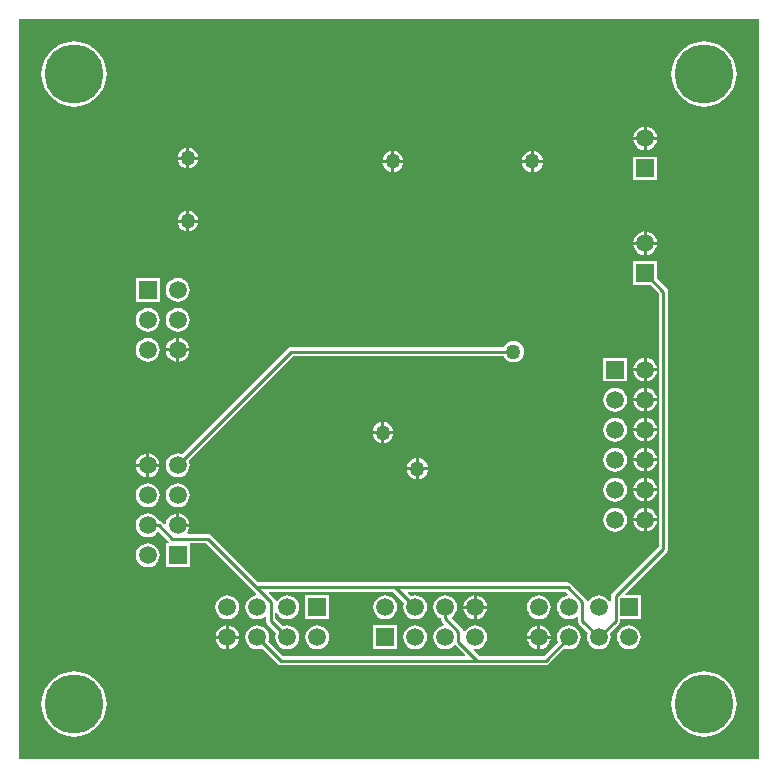
<source format=gbl>
G04 Layer_Physical_Order=2*
G04 Layer_Color=16711680*
%FSLAX24Y24*%
%MOIN*%
G70*
G01*
G75*
%ADD20C,0.0100*%
%ADD21C,0.0591*%
%ADD22R,0.0591X0.0591*%
%ADD23R,0.0591X0.0591*%
%ADD24C,0.1969*%
%ADD25C,0.0500*%
G36*
X22847Y-1847D02*
X-1847D01*
Y22847D01*
X22847D01*
Y-1847D01*
D02*
G37*
%LPC*%
G36*
X18989Y7542D02*
X18935Y7535D01*
X18839Y7495D01*
X18757Y7432D01*
X18693Y7349D01*
X18654Y7253D01*
X18647Y7200D01*
X18989D01*
Y7542D01*
D02*
G37*
G36*
Y7100D02*
X18647D01*
X18654Y7047D01*
X18693Y6951D01*
X18757Y6868D01*
X18839Y6805D01*
X18935Y6765D01*
X18989Y6758D01*
Y7100D01*
D02*
G37*
G36*
X19431D02*
X19089D01*
Y6758D01*
X19142Y6765D01*
X19238Y6805D01*
X19321Y6868D01*
X19384Y6951D01*
X19424Y7047D01*
X19431Y7100D01*
D02*
G37*
G36*
X11796Y7800D02*
X11500D01*
Y7504D01*
X11541Y7509D01*
X11627Y7544D01*
X11700Y7600D01*
X11756Y7673D01*
X11791Y7759D01*
X11796Y7800D01*
D02*
G37*
G36*
X11400D02*
X11104D01*
X11109Y7759D01*
X11144Y7673D01*
X11200Y7600D01*
X11273Y7544D01*
X11359Y7509D01*
X11400Y7504D01*
Y7800D01*
D02*
G37*
G36*
X19089Y7542D02*
Y7200D01*
X19431D01*
X19424Y7253D01*
X19384Y7349D01*
X19321Y7432D01*
X19238Y7495D01*
X19142Y7535D01*
X19089Y7542D01*
D02*
G37*
G36*
X18039Y7549D02*
X17935Y7535D01*
X17839Y7495D01*
X17757Y7432D01*
X17693Y7349D01*
X17654Y7253D01*
X17640Y7150D01*
X17654Y7047D01*
X17693Y6951D01*
X17757Y6868D01*
X17839Y6805D01*
X17935Y6765D01*
X18039Y6751D01*
X18142Y6765D01*
X18238Y6805D01*
X18321Y6868D01*
X18384Y6951D01*
X18424Y7047D01*
X18437Y7150D01*
X18424Y7253D01*
X18384Y7349D01*
X18321Y7432D01*
X18238Y7495D01*
X18142Y7535D01*
X18039Y7549D01*
D02*
G37*
G36*
X18989Y6542D02*
X18935Y6535D01*
X18839Y6495D01*
X18757Y6432D01*
X18693Y6349D01*
X18654Y6253D01*
X18647Y6200D01*
X18989D01*
Y6542D01*
D02*
G37*
G36*
X3509Y6353D02*
Y6011D01*
X3851D01*
X3844Y6064D01*
X3804Y6161D01*
X3741Y6243D01*
X3658Y6306D01*
X3562Y6346D01*
X3509Y6353D01*
D02*
G37*
G36*
X18989Y6100D02*
X18647D01*
X18654Y6047D01*
X18693Y5951D01*
X18757Y5868D01*
X18839Y5805D01*
X18935Y5765D01*
X18989Y5758D01*
Y6100D01*
D02*
G37*
G36*
X3459Y7360D02*
X3355Y7346D01*
X3259Y7306D01*
X3177Y7243D01*
X3113Y7161D01*
X3074Y7064D01*
X3060Y6961D01*
X3074Y6858D01*
X3113Y6762D01*
X3177Y6679D01*
X3259Y6616D01*
X3355Y6576D01*
X3459Y6562D01*
X3562Y6576D01*
X3658Y6616D01*
X3741Y6679D01*
X3804Y6762D01*
X3844Y6858D01*
X3857Y6961D01*
X3844Y7064D01*
X3804Y7161D01*
X3741Y7243D01*
X3658Y7306D01*
X3562Y7346D01*
X3459Y7360D01*
D02*
G37*
G36*
X2459D02*
X2355Y7346D01*
X2259Y7306D01*
X2177Y7243D01*
X2113Y7161D01*
X2074Y7064D01*
X2060Y6961D01*
X2074Y6858D01*
X2113Y6762D01*
X2177Y6679D01*
X2259Y6616D01*
X2355Y6576D01*
X2459Y6562D01*
X2562Y6576D01*
X2658Y6616D01*
X2741Y6679D01*
X2804Y6762D01*
X2844Y6858D01*
X2857Y6961D01*
X2844Y7064D01*
X2804Y7161D01*
X2741Y7243D01*
X2658Y7306D01*
X2562Y7346D01*
X2459Y7360D01*
D02*
G37*
G36*
X19089Y6542D02*
Y6200D01*
X19431D01*
X19424Y6253D01*
X19384Y6349D01*
X19321Y6432D01*
X19238Y6495D01*
X19142Y6535D01*
X19089Y6542D01*
D02*
G37*
G36*
X18989Y8542D02*
X18935Y8535D01*
X18839Y8495D01*
X18757Y8432D01*
X18693Y8349D01*
X18654Y8253D01*
X18647Y8200D01*
X18989D01*
Y8542D01*
D02*
G37*
G36*
X2509Y8353D02*
Y8011D01*
X2851D01*
X2844Y8064D01*
X2804Y8160D01*
X2741Y8243D01*
X2658Y8306D01*
X2562Y8346D01*
X2509Y8353D01*
D02*
G37*
G36*
X2409D02*
X2355Y8346D01*
X2259Y8306D01*
X2177Y8243D01*
X2113Y8160D01*
X2074Y8064D01*
X2067Y8011D01*
X2409D01*
Y8353D01*
D02*
G37*
G36*
X10646Y9000D02*
X10350D01*
Y8704D01*
X10391Y8709D01*
X10477Y8744D01*
X10550Y8800D01*
X10606Y8873D01*
X10641Y8959D01*
X10646Y9000D01*
D02*
G37*
G36*
X10250D02*
X9954D01*
X9959Y8959D01*
X9994Y8873D01*
X10050Y8800D01*
X10123Y8744D01*
X10209Y8709D01*
X10250Y8704D01*
Y9000D01*
D02*
G37*
G36*
X19089Y8542D02*
Y8200D01*
X19431D01*
X19424Y8253D01*
X19384Y8349D01*
X19321Y8432D01*
X19238Y8495D01*
X19142Y8535D01*
X19089Y8542D01*
D02*
G37*
G36*
X11500Y8196D02*
Y7900D01*
X11796D01*
X11791Y7941D01*
X11756Y8027D01*
X11700Y8100D01*
X11627Y8156D01*
X11541Y8191D01*
X11500Y8196D01*
D02*
G37*
G36*
X18039Y8549D02*
X17935Y8535D01*
X17839Y8495D01*
X17757Y8432D01*
X17693Y8349D01*
X17654Y8253D01*
X17640Y8150D01*
X17654Y8047D01*
X17693Y7951D01*
X17757Y7868D01*
X17839Y7805D01*
X17935Y7765D01*
X18039Y7751D01*
X18142Y7765D01*
X18238Y7805D01*
X18321Y7868D01*
X18384Y7951D01*
X18424Y8047D01*
X18437Y8150D01*
X18424Y8253D01*
X18384Y8349D01*
X18321Y8432D01*
X18238Y8495D01*
X18142Y8535D01*
X18039Y8549D01*
D02*
G37*
G36*
X2409Y7911D02*
X2067D01*
X2074Y7858D01*
X2113Y7762D01*
X2177Y7679D01*
X2259Y7616D01*
X2355Y7576D01*
X2409Y7569D01*
Y7911D01*
D02*
G37*
G36*
X2851D02*
X2509D01*
Y7569D01*
X2562Y7576D01*
X2658Y7616D01*
X2741Y7679D01*
X2804Y7762D01*
X2844Y7858D01*
X2851Y7911D01*
D02*
G37*
G36*
X11400Y8196D02*
X11359Y8191D01*
X11273Y8156D01*
X11200Y8100D01*
X11144Y8027D01*
X11109Y7941D01*
X11104Y7900D01*
X11400D01*
Y8196D01*
D02*
G37*
G36*
X18989Y8100D02*
X18647D01*
X18654Y8047D01*
X18693Y7951D01*
X18757Y7868D01*
X18839Y7805D01*
X18935Y7765D01*
X18989Y7758D01*
Y8100D01*
D02*
G37*
G36*
X19431D02*
X19089D01*
Y7758D01*
X19142Y7765D01*
X19238Y7805D01*
X19321Y7868D01*
X19384Y7951D01*
X19424Y8047D01*
X19431Y8100D01*
D02*
G37*
G36*
Y6100D02*
X19089D01*
Y5758D01*
X19142Y5765D01*
X19238Y5805D01*
X19321Y5868D01*
X19384Y5951D01*
X19424Y6047D01*
X19431Y6100D01*
D02*
G37*
G36*
X5061Y2179D02*
X4719D01*
X4726Y2126D01*
X4766Y2030D01*
X4829Y1947D01*
X4912Y1884D01*
X5008Y1844D01*
X5061Y1837D01*
Y2179D01*
D02*
G37*
G36*
X15890D02*
X15548D01*
Y1837D01*
X15601Y1844D01*
X15697Y1884D01*
X15780Y1947D01*
X15843Y2030D01*
X15883Y2126D01*
X15890Y2179D01*
D02*
G37*
G36*
X5503D02*
X5161D01*
Y1837D01*
X5215Y1844D01*
X5311Y1884D01*
X5393Y1947D01*
X5457Y2030D01*
X5496Y2126D01*
X5503Y2179D01*
D02*
G37*
G36*
X15448Y2621D02*
X15395Y2614D01*
X15299Y2574D01*
X15216Y2511D01*
X15153Y2428D01*
X15113Y2332D01*
X15106Y2279D01*
X15448D01*
Y2621D01*
D02*
G37*
G36*
X5061D02*
X5008Y2614D01*
X4912Y2574D01*
X4829Y2511D01*
X4766Y2428D01*
X4726Y2332D01*
X4719Y2279D01*
X5061D01*
Y2621D01*
D02*
G37*
G36*
X15448Y2179D02*
X15106D01*
X15113Y2126D01*
X15153Y2030D01*
X15216Y1947D01*
X15299Y1884D01*
X15395Y1844D01*
X15448Y1837D01*
Y2179D01*
D02*
G37*
G36*
X10767Y2624D02*
X9976D01*
Y1834D01*
X10767D01*
Y2624D01*
D02*
G37*
G36*
X12371Y3628D02*
X12268Y3614D01*
X12172Y3574D01*
X12090Y3511D01*
X12026Y3428D01*
X11986Y3332D01*
X11973Y3229D01*
X11986Y3126D01*
X12026Y3029D01*
X12090Y2947D01*
X12172Y2884D01*
X12219Y2864D01*
Y2859D01*
X12230Y2800D01*
X12263Y2750D01*
X12340Y2674D01*
X12322Y2621D01*
X12268Y2614D01*
X12172Y2574D01*
X12090Y2511D01*
X12026Y2428D01*
X11986Y2332D01*
X11973Y2229D01*
X11986Y2126D01*
X12026Y2030D01*
X12090Y1947D01*
X12172Y1884D01*
X12268Y1844D01*
X12371Y1830D01*
X12475Y1844D01*
X12571Y1884D01*
X12653Y1947D01*
X12664Y1961D01*
X12725Y1958D01*
X13035Y1649D01*
X13015Y1603D01*
X6954D01*
X6477Y2079D01*
X6496Y2126D01*
X6510Y2229D01*
X6496Y2332D01*
X6457Y2428D01*
X6393Y2511D01*
X6311Y2574D01*
X6215Y2614D01*
X6111Y2628D01*
X6008Y2614D01*
X5912Y2574D01*
X5829Y2511D01*
X5766Y2428D01*
X5726Y2332D01*
X5713Y2229D01*
X5726Y2126D01*
X5766Y2030D01*
X5829Y1947D01*
X5912Y1884D01*
X6008Y1844D01*
X6111Y1830D01*
X6215Y1844D01*
X6261Y1863D01*
X6782Y1342D01*
X6832Y1309D01*
X6890Y1297D01*
X15719D01*
X15778Y1309D01*
X15827Y1342D01*
X16348Y1863D01*
X16395Y1844D01*
X16498Y1830D01*
X16601Y1844D01*
X16697Y1884D01*
X16780Y1947D01*
X16843Y2030D01*
X16883Y2126D01*
X16897Y2229D01*
X16883Y2332D01*
X16843Y2428D01*
X16780Y2511D01*
X16697Y2574D01*
X16601Y2614D01*
X16498Y2628D01*
X16395Y2614D01*
X16299Y2574D01*
X16216Y2511D01*
X16153Y2428D01*
X16113Y2332D01*
X16099Y2229D01*
X16113Y2126D01*
X16132Y2079D01*
X15656Y1603D01*
X13513D01*
X13328Y1788D01*
X13350Y1833D01*
X13371Y1830D01*
X13475Y1844D01*
X13571Y1884D01*
X13653Y1947D01*
X13717Y2030D01*
X13757Y2126D01*
X13770Y2229D01*
X13757Y2332D01*
X13717Y2428D01*
X13653Y2511D01*
X13571Y2574D01*
X13475Y2614D01*
X13371Y2628D01*
X13268Y2614D01*
X13172Y2574D01*
X13090Y2511D01*
X13026Y2428D01*
X13017Y2426D01*
X12960Y2464D01*
X12958Y2472D01*
X12925Y2521D01*
X12602Y2844D01*
X12606Y2911D01*
X12653Y2947D01*
X12717Y3029D01*
X12757Y3126D01*
X12770Y3229D01*
X12757Y3332D01*
X12717Y3428D01*
X12653Y3511D01*
X12571Y3574D01*
X12475Y3614D01*
X12371Y3628D01*
D02*
G37*
G36*
X21000Y1088D02*
X20830Y1074D01*
X20664Y1034D01*
X20506Y969D01*
X20361Y880D01*
X20231Y769D01*
X20120Y639D01*
X20031Y494D01*
X19966Y336D01*
X19926Y170D01*
X19912Y0D01*
X19926Y-170D01*
X19966Y-336D01*
X20031Y-494D01*
X20120Y-639D01*
X20231Y-769D01*
X20361Y-880D01*
X20506Y-969D01*
X20664Y-1034D01*
X20830Y-1074D01*
X21000Y-1088D01*
X21170Y-1074D01*
X21336Y-1034D01*
X21494Y-969D01*
X21639Y-880D01*
X21769Y-769D01*
X21880Y-639D01*
X21969Y-494D01*
X22034Y-336D01*
X22074Y-170D01*
X22088Y0D01*
X22074Y170D01*
X22034Y336D01*
X21969Y494D01*
X21880Y639D01*
X21769Y769D01*
X21639Y880D01*
X21494Y969D01*
X21336Y1034D01*
X21170Y1074D01*
X21000Y1088D01*
D02*
G37*
G36*
X0D02*
X-170Y1074D01*
X-336Y1034D01*
X-494Y969D01*
X-639Y880D01*
X-769Y769D01*
X-880Y639D01*
X-969Y494D01*
X-1034Y336D01*
X-1074Y170D01*
X-1088Y0D01*
X-1074Y-170D01*
X-1034Y-336D01*
X-969Y-494D01*
X-880Y-639D01*
X-769Y-769D01*
X-639Y-880D01*
X-494Y-969D01*
X-336Y-1034D01*
X-170Y-1074D01*
X0Y-1088D01*
X170Y-1074D01*
X336Y-1034D01*
X494Y-969D01*
X639Y-880D01*
X769Y-769D01*
X880Y-639D01*
X969Y-494D01*
X1034Y-336D01*
X1074Y-170D01*
X1088Y0D01*
X1074Y170D01*
X1034Y336D01*
X969Y494D01*
X880Y639D01*
X769Y769D01*
X639Y880D01*
X494Y969D01*
X336Y1034D01*
X170Y1074D01*
X0Y1088D01*
D02*
G37*
G36*
X18498Y2628D02*
X18395Y2614D01*
X18299Y2574D01*
X18216Y2511D01*
X18153Y2428D01*
X18113Y2332D01*
X18099Y2229D01*
X18113Y2126D01*
X18153Y2030D01*
X18216Y1947D01*
X18299Y1884D01*
X18395Y1844D01*
X18498Y1830D01*
X18601Y1844D01*
X18697Y1884D01*
X18780Y1947D01*
X18843Y2030D01*
X18883Y2126D01*
X18897Y2229D01*
X18883Y2332D01*
X18843Y2428D01*
X18780Y2511D01*
X18697Y2574D01*
X18601Y2614D01*
X18498Y2628D01*
D02*
G37*
G36*
X11371D02*
X11268Y2614D01*
X11172Y2574D01*
X11090Y2511D01*
X11026Y2428D01*
X10986Y2332D01*
X10973Y2229D01*
X10986Y2126D01*
X11026Y2030D01*
X11090Y1947D01*
X11172Y1884D01*
X11268Y1844D01*
X11371Y1830D01*
X11475Y1844D01*
X11571Y1884D01*
X11653Y1947D01*
X11717Y2030D01*
X11757Y2126D01*
X11770Y2229D01*
X11757Y2332D01*
X11717Y2428D01*
X11653Y2511D01*
X11571Y2574D01*
X11475Y2614D01*
X11371Y2628D01*
D02*
G37*
G36*
X8111D02*
X8008Y2614D01*
X7912Y2574D01*
X7829Y2511D01*
X7766Y2428D01*
X7726Y2332D01*
X7713Y2229D01*
X7726Y2126D01*
X7766Y2030D01*
X7829Y1947D01*
X7912Y1884D01*
X8008Y1844D01*
X8111Y1830D01*
X8215Y1844D01*
X8311Y1884D01*
X8393Y1947D01*
X8457Y2030D01*
X8496Y2126D01*
X8510Y2229D01*
X8496Y2332D01*
X8457Y2428D01*
X8393Y2511D01*
X8311Y2574D01*
X8215Y2614D01*
X8111Y2628D01*
D02*
G37*
G36*
X13421Y3621D02*
Y3279D01*
X13764D01*
X13757Y3332D01*
X13717Y3428D01*
X13653Y3511D01*
X13571Y3574D01*
X13475Y3614D01*
X13421Y3621D01*
D02*
G37*
G36*
X13321D02*
X13268Y3614D01*
X13172Y3574D01*
X13090Y3511D01*
X13026Y3428D01*
X12986Y3332D01*
X12979Y3279D01*
X13321D01*
Y3621D01*
D02*
G37*
G36*
X13764Y3179D02*
X13421D01*
Y2837D01*
X13475Y2844D01*
X13571Y2884D01*
X13653Y2947D01*
X13717Y3029D01*
X13757Y3126D01*
X13764Y3179D01*
D02*
G37*
G36*
X18039Y6549D02*
X17935Y6535D01*
X17839Y6495D01*
X17757Y6432D01*
X17693Y6349D01*
X17654Y6253D01*
X17640Y6150D01*
X17654Y6047D01*
X17693Y5951D01*
X17757Y5868D01*
X17839Y5805D01*
X17935Y5765D01*
X18039Y5751D01*
X18142Y5765D01*
X18238Y5805D01*
X18321Y5868D01*
X18384Y5951D01*
X18424Y6047D01*
X18437Y6150D01*
X18424Y6253D01*
X18384Y6349D01*
X18321Y6432D01*
X18238Y6495D01*
X18142Y6535D01*
X18039Y6549D01*
D02*
G37*
G36*
X2459Y5360D02*
X2355Y5346D01*
X2259Y5306D01*
X2177Y5243D01*
X2113Y5160D01*
X2074Y5064D01*
X2060Y4961D01*
X2074Y4858D01*
X2113Y4762D01*
X2177Y4679D01*
X2259Y4616D01*
X2355Y4576D01*
X2459Y4562D01*
X2562Y4576D01*
X2658Y4616D01*
X2741Y4679D01*
X2804Y4762D01*
X2844Y4858D01*
X2857Y4961D01*
X2844Y5064D01*
X2804Y5160D01*
X2741Y5243D01*
X2658Y5306D01*
X2562Y5346D01*
X2459Y5360D01*
D02*
G37*
G36*
X19434Y14759D02*
X18643D01*
Y13968D01*
X19218D01*
X19497Y13689D01*
Y5247D01*
X17945Y3694D01*
X17911Y3645D01*
X17900Y3586D01*
Y3422D01*
X17850Y3412D01*
X17843Y3428D01*
X17780Y3511D01*
X17697Y3574D01*
X17601Y3614D01*
X17498Y3628D01*
X17395Y3614D01*
X17299Y3574D01*
X17216Y3511D01*
X17153Y3428D01*
X17143Y3426D01*
X17086Y3464D01*
X17085Y3472D01*
X17051Y3521D01*
X16565Y4008D01*
X16515Y4041D01*
X16457Y4053D01*
X6133D01*
X4562Y5624D01*
X4513Y5657D01*
X4454Y5669D01*
X3796D01*
X3771Y5719D01*
X3804Y5762D01*
X3844Y5858D01*
X3851Y5911D01*
X3459D01*
Y5961D01*
X3409D01*
Y6353D01*
X3355Y6346D01*
X3259Y6306D01*
X3177Y6243D01*
X3113Y6161D01*
X3074Y6064D01*
X3066Y6011D01*
X3014Y5993D01*
X2937Y6069D01*
X2887Y6102D01*
X2829Y6114D01*
X2823D01*
X2804Y6161D01*
X2741Y6243D01*
X2658Y6306D01*
X2562Y6346D01*
X2459Y6360D01*
X2355Y6346D01*
X2259Y6306D01*
X2177Y6243D01*
X2113Y6161D01*
X2074Y6064D01*
X2060Y5961D01*
X2074Y5858D01*
X2113Y5762D01*
X2177Y5679D01*
X2259Y5616D01*
X2355Y5576D01*
X2459Y5562D01*
X2562Y5576D01*
X2658Y5616D01*
X2741Y5679D01*
X2777Y5726D01*
X2843Y5731D01*
X3166Y5408D01*
X3168Y5406D01*
X3153Y5356D01*
X3063D01*
Y4566D01*
X3854D01*
X3854Y5356D01*
X3901Y5363D01*
X4391D01*
X5962Y3792D01*
X6080Y3674D01*
X6062Y3621D01*
X6008Y3614D01*
X5912Y3574D01*
X5829Y3511D01*
X5766Y3428D01*
X5726Y3332D01*
X5713Y3229D01*
X5726Y3126D01*
X5766Y3029D01*
X5829Y2947D01*
X5912Y2884D01*
X6008Y2844D01*
X6111Y2830D01*
X6215Y2844D01*
X6311Y2884D01*
X6354Y2917D01*
X6404Y2892D01*
Y2784D01*
X6415Y2725D01*
X6448Y2675D01*
X6745Y2378D01*
X6726Y2332D01*
X6713Y2229D01*
X6726Y2126D01*
X6766Y2030D01*
X6829Y1947D01*
X6912Y1884D01*
X7008Y1844D01*
X7111Y1830D01*
X7215Y1844D01*
X7311Y1884D01*
X7393Y1947D01*
X7457Y2030D01*
X7496Y2126D01*
X7510Y2229D01*
X7496Y2332D01*
X7457Y2428D01*
X7393Y2511D01*
X7311Y2574D01*
X7215Y2614D01*
X7111Y2628D01*
X7008Y2614D01*
X6962Y2595D01*
X6710Y2847D01*
Y3035D01*
X6760Y3045D01*
X6766Y3029D01*
X6829Y2947D01*
X6912Y2884D01*
X7008Y2844D01*
X7111Y2830D01*
X7215Y2844D01*
X7311Y2884D01*
X7393Y2947D01*
X7457Y3029D01*
X7496Y3126D01*
X7510Y3229D01*
X7496Y3332D01*
X7457Y3428D01*
X7393Y3511D01*
X7311Y3574D01*
X7215Y3614D01*
X7111Y3628D01*
X7008Y3614D01*
X6912Y3574D01*
X6829Y3511D01*
X6766Y3428D01*
X6757Y3426D01*
X6700Y3464D01*
X6698Y3472D01*
X6665Y3521D01*
X6485Y3701D01*
X6504Y3747D01*
X10637D01*
X11006Y3378D01*
X10986Y3332D01*
X10973Y3229D01*
X10986Y3126D01*
X11026Y3029D01*
X11090Y2947D01*
X11172Y2884D01*
X11268Y2844D01*
X11371Y2830D01*
X11475Y2844D01*
X11571Y2884D01*
X11653Y2947D01*
X11717Y3029D01*
X11757Y3126D01*
X11770Y3229D01*
X11757Y3332D01*
X11717Y3428D01*
X11653Y3511D01*
X11571Y3574D01*
X11475Y3614D01*
X11371Y3628D01*
X11268Y3614D01*
X11222Y3595D01*
X11116Y3701D01*
X11135Y3747D01*
X16393D01*
X16466Y3674D01*
X16449Y3621D01*
X16395Y3614D01*
X16299Y3574D01*
X16216Y3511D01*
X16153Y3428D01*
X16113Y3332D01*
X16099Y3229D01*
X16113Y3126D01*
X16153Y3029D01*
X16216Y2947D01*
X16299Y2884D01*
X16395Y2844D01*
X16498Y2830D01*
X16601Y2844D01*
X16697Y2884D01*
X16740Y2917D01*
X16790Y2892D01*
Y2784D01*
X16802Y2725D01*
X16835Y2675D01*
X17132Y2378D01*
X17113Y2332D01*
X17099Y2229D01*
X17113Y2126D01*
X17153Y2030D01*
X17216Y1947D01*
X17299Y1884D01*
X17395Y1844D01*
X17498Y1830D01*
X17601Y1844D01*
X17697Y1884D01*
X17780Y1947D01*
X17843Y2030D01*
X17883Y2126D01*
X17897Y2229D01*
X17883Y2332D01*
X17864Y2378D01*
X18161Y2675D01*
X18194Y2725D01*
X18206Y2784D01*
Y2834D01*
X18893D01*
Y3624D01*
X18372D01*
X18353Y3670D01*
X19758Y5075D01*
X19791Y5125D01*
X19803Y5184D01*
Y13752D01*
X19791Y13811D01*
X19758Y13860D01*
X19434Y14184D01*
Y14759D01*
D02*
G37*
G36*
X13321Y3179D02*
X12979D01*
X12986Y3126D01*
X13026Y3029D01*
X13090Y2947D01*
X13172Y2884D01*
X13268Y2844D01*
X13321Y2837D01*
Y3179D01*
D02*
G37*
G36*
X5111Y3628D02*
X5008Y3614D01*
X4912Y3574D01*
X4829Y3511D01*
X4766Y3428D01*
X4726Y3332D01*
X4713Y3229D01*
X4726Y3126D01*
X4766Y3029D01*
X4829Y2947D01*
X4912Y2884D01*
X5008Y2844D01*
X5111Y2830D01*
X5215Y2844D01*
X5311Y2884D01*
X5393Y2947D01*
X5457Y3029D01*
X5496Y3126D01*
X5510Y3229D01*
X5496Y3332D01*
X5457Y3428D01*
X5393Y3511D01*
X5311Y3574D01*
X5215Y3614D01*
X5111Y3628D01*
D02*
G37*
G36*
X15548Y2621D02*
Y2279D01*
X15890D01*
X15883Y2332D01*
X15843Y2428D01*
X15780Y2511D01*
X15697Y2574D01*
X15601Y2614D01*
X15548Y2621D01*
D02*
G37*
G36*
X5161D02*
Y2279D01*
X5503D01*
X5496Y2332D01*
X5457Y2428D01*
X5393Y2511D01*
X5311Y2574D01*
X5215Y2614D01*
X5161Y2621D01*
D02*
G37*
G36*
X8507Y3624D02*
X7716D01*
Y2834D01*
X8507D01*
Y3624D01*
D02*
G37*
G36*
X15498Y3628D02*
X15395Y3614D01*
X15299Y3574D01*
X15216Y3511D01*
X15153Y3428D01*
X15113Y3332D01*
X15099Y3229D01*
X15113Y3126D01*
X15153Y3029D01*
X15216Y2947D01*
X15299Y2884D01*
X15395Y2844D01*
X15498Y2830D01*
X15601Y2844D01*
X15697Y2884D01*
X15780Y2947D01*
X15843Y3029D01*
X15883Y3126D01*
X15897Y3229D01*
X15883Y3332D01*
X15843Y3428D01*
X15780Y3511D01*
X15697Y3574D01*
X15601Y3614D01*
X15498Y3628D01*
D02*
G37*
G36*
X10371D02*
X10268Y3614D01*
X10172Y3574D01*
X10090Y3511D01*
X10026Y3428D01*
X9986Y3332D01*
X9973Y3229D01*
X9986Y3126D01*
X10026Y3029D01*
X10090Y2947D01*
X10172Y2884D01*
X10268Y2844D01*
X10371Y2830D01*
X10475Y2844D01*
X10571Y2884D01*
X10653Y2947D01*
X10717Y3029D01*
X10757Y3126D01*
X10770Y3229D01*
X10757Y3332D01*
X10717Y3428D01*
X10653Y3511D01*
X10571Y3574D01*
X10475Y3614D01*
X10371Y3628D01*
D02*
G37*
G36*
X10582Y18036D02*
X10285D01*
X10291Y17994D01*
X10326Y17909D01*
X10382Y17836D01*
X10455Y17780D01*
X10540Y17745D01*
X10582Y17739D01*
Y18036D01*
D02*
G37*
G36*
X19434Y18251D02*
X18643D01*
Y17460D01*
X19434D01*
Y18251D01*
D02*
G37*
G36*
X3850Y16446D02*
Y16150D01*
X4146D01*
X4141Y16191D01*
X4106Y16277D01*
X4050Y16350D01*
X3977Y16406D01*
X3891Y16441D01*
X3850Y16446D01*
D02*
G37*
G36*
X15628Y18036D02*
X15332D01*
Y17739D01*
X15373Y17745D01*
X15458Y17780D01*
X15531Y17836D01*
X15587Y17909D01*
X15623Y17994D01*
X15628Y18036D01*
D02*
G37*
G36*
X15232D02*
X14935D01*
X14941Y17994D01*
X14976Y17909D01*
X15032Y17836D01*
X15105Y17780D01*
X15190Y17745D01*
X15232Y17739D01*
Y18036D01*
D02*
G37*
G36*
X10978D02*
X10682D01*
Y17739D01*
X10723Y17745D01*
X10808Y17780D01*
X10881Y17836D01*
X10937Y17909D01*
X10973Y17994D01*
X10978Y18036D01*
D02*
G37*
G36*
X3750Y16446D02*
X3709Y16441D01*
X3623Y16406D01*
X3550Y16350D01*
X3494Y16277D01*
X3459Y16191D01*
X3454Y16150D01*
X3750D01*
Y16446D01*
D02*
G37*
G36*
X18989Y15755D02*
X18935Y15748D01*
X18839Y15709D01*
X18757Y15645D01*
X18693Y15563D01*
X18654Y15467D01*
X18647Y15413D01*
X18989D01*
Y15755D01*
D02*
G37*
G36*
Y15313D02*
X18647D01*
X18654Y15260D01*
X18693Y15164D01*
X18757Y15081D01*
X18839Y15018D01*
X18935Y14978D01*
X18989Y14971D01*
Y15313D01*
D02*
G37*
G36*
X19431D02*
X19089D01*
Y14971D01*
X19142Y14978D01*
X19238Y15018D01*
X19321Y15081D01*
X19384Y15164D01*
X19424Y15260D01*
X19431Y15313D01*
D02*
G37*
G36*
X4146Y16050D02*
X3850D01*
Y15754D01*
X3891Y15759D01*
X3977Y15794D01*
X4050Y15850D01*
X4106Y15923D01*
X4141Y16009D01*
X4146Y16050D01*
D02*
G37*
G36*
X3750D02*
X3454D01*
X3459Y16009D01*
X3494Y15923D01*
X3550Y15850D01*
X3623Y15794D01*
X3709Y15759D01*
X3750Y15754D01*
Y16050D01*
D02*
G37*
G36*
X19089Y15755D02*
Y15413D01*
X19431D01*
X19424Y15467D01*
X19384Y15563D01*
X19321Y15645D01*
X19238Y15709D01*
X19142Y15748D01*
X19089Y15755D01*
D02*
G37*
G36*
X3750Y18150D02*
X3454D01*
X3459Y18109D01*
X3494Y18023D01*
X3550Y17950D01*
X3623Y17894D01*
X3709Y17859D01*
X3750Y17854D01*
Y18150D01*
D02*
G37*
G36*
X18989Y19248D02*
X18935Y19241D01*
X18839Y19201D01*
X18757Y19137D01*
X18693Y19055D01*
X18654Y18959D01*
X18647Y18906D01*
X18989D01*
Y19248D01*
D02*
G37*
G36*
Y18806D02*
X18647D01*
X18654Y18752D01*
X18693Y18656D01*
X18757Y18574D01*
X18839Y18510D01*
X18935Y18470D01*
X18989Y18463D01*
Y18806D01*
D02*
G37*
G36*
X19431D02*
X19089D01*
Y18463D01*
X19142Y18470D01*
X19238Y18510D01*
X19321Y18574D01*
X19384Y18656D01*
X19424Y18752D01*
X19431Y18806D01*
D02*
G37*
G36*
X21000Y22088D02*
X20830Y22074D01*
X20664Y22034D01*
X20506Y21969D01*
X20361Y21880D01*
X20231Y21769D01*
X20120Y21639D01*
X20031Y21494D01*
X19966Y21336D01*
X19926Y21170D01*
X19912Y21000D01*
X19926Y20830D01*
X19966Y20664D01*
X20031Y20506D01*
X20120Y20361D01*
X20231Y20231D01*
X20361Y20120D01*
X20506Y20031D01*
X20664Y19966D01*
X20830Y19926D01*
X21000Y19912D01*
X21170Y19926D01*
X21336Y19966D01*
X21494Y20031D01*
X21639Y20120D01*
X21769Y20231D01*
X21880Y20361D01*
X21969Y20506D01*
X22034Y20664D01*
X22074Y20830D01*
X22088Y21000D01*
X22074Y21170D01*
X22034Y21336D01*
X21969Y21494D01*
X21880Y21639D01*
X21769Y21769D01*
X21639Y21880D01*
X21494Y21969D01*
X21336Y22034D01*
X21170Y22074D01*
X21000Y22088D01*
D02*
G37*
G36*
X0D02*
X-170Y22074D01*
X-336Y22034D01*
X-494Y21969D01*
X-639Y21880D01*
X-769Y21769D01*
X-880Y21639D01*
X-969Y21494D01*
X-1034Y21336D01*
X-1074Y21170D01*
X-1088Y21000D01*
X-1074Y20830D01*
X-1034Y20664D01*
X-969Y20506D01*
X-880Y20361D01*
X-769Y20231D01*
X-639Y20120D01*
X-494Y20031D01*
X-336Y19966D01*
X-170Y19926D01*
X0Y19912D01*
X170Y19926D01*
X336Y19966D01*
X494Y20031D01*
X639Y20120D01*
X769Y20231D01*
X880Y20361D01*
X969Y20506D01*
X1034Y20664D01*
X1074Y20830D01*
X1088Y21000D01*
X1074Y21170D01*
X1034Y21336D01*
X969Y21494D01*
X880Y21639D01*
X769Y21769D01*
X639Y21880D01*
X494Y21969D01*
X336Y22034D01*
X170Y22074D01*
X0Y22088D01*
D02*
G37*
G36*
X19089Y19248D02*
Y18906D01*
X19431D01*
X19424Y18959D01*
X19384Y19055D01*
X19321Y19137D01*
X19238Y19201D01*
X19142Y19241D01*
X19089Y19248D01*
D02*
G37*
G36*
X3850Y18546D02*
Y18250D01*
X4146D01*
X4141Y18291D01*
X4106Y18377D01*
X4050Y18450D01*
X3977Y18506D01*
X3891Y18541D01*
X3850Y18546D01*
D02*
G37*
G36*
X10682Y18432D02*
Y18136D01*
X10978D01*
X10973Y18177D01*
X10937Y18262D01*
X10881Y18335D01*
X10808Y18392D01*
X10723Y18427D01*
X10682Y18432D01*
D02*
G37*
G36*
X10582D02*
X10540Y18427D01*
X10455Y18392D01*
X10382Y18335D01*
X10326Y18262D01*
X10291Y18177D01*
X10285Y18136D01*
X10582D01*
Y18432D01*
D02*
G37*
G36*
X4146Y18150D02*
X3850D01*
Y17854D01*
X3891Y17859D01*
X3977Y17894D01*
X4050Y17950D01*
X4106Y18023D01*
X4141Y18109D01*
X4146Y18150D01*
D02*
G37*
G36*
X3750Y18546D02*
X3709Y18541D01*
X3623Y18506D01*
X3550Y18450D01*
X3494Y18377D01*
X3459Y18291D01*
X3454Y18250D01*
X3750D01*
Y18546D01*
D02*
G37*
G36*
X15332Y18432D02*
Y18136D01*
X15628D01*
X15623Y18177D01*
X15587Y18262D01*
X15531Y18335D01*
X15458Y18392D01*
X15373Y18427D01*
X15332Y18432D01*
D02*
G37*
G36*
X15232D02*
X15190Y18427D01*
X15105Y18392D01*
X15032Y18335D01*
X14976Y18262D01*
X14941Y18177D01*
X14935Y18136D01*
X15232D01*
Y18432D01*
D02*
G37*
G36*
X18989Y10100D02*
X18647D01*
X18654Y10047D01*
X18693Y9951D01*
X18757Y9868D01*
X18839Y9805D01*
X18935Y9765D01*
X18989Y9758D01*
Y10100D01*
D02*
G37*
G36*
X19431D02*
X19089D01*
Y9758D01*
X19142Y9765D01*
X19238Y9805D01*
X19321Y9868D01*
X19384Y9951D01*
X19424Y10047D01*
X19431Y10100D01*
D02*
G37*
G36*
X18039Y10549D02*
X17935Y10535D01*
X17839Y10495D01*
X17757Y10432D01*
X17693Y10349D01*
X17654Y10253D01*
X17640Y10150D01*
X17654Y10047D01*
X17693Y9951D01*
X17757Y9868D01*
X17839Y9805D01*
X17935Y9765D01*
X18039Y9751D01*
X18142Y9765D01*
X18238Y9805D01*
X18321Y9868D01*
X18384Y9951D01*
X18424Y10047D01*
X18437Y10150D01*
X18424Y10253D01*
X18384Y10349D01*
X18321Y10432D01*
X18238Y10495D01*
X18142Y10535D01*
X18039Y10549D01*
D02*
G37*
G36*
X18434Y11545D02*
X17643D01*
Y10755D01*
X18434D01*
Y11545D01*
D02*
G37*
G36*
X19089Y10542D02*
Y10200D01*
X19431D01*
X19424Y10253D01*
X19384Y10349D01*
X19321Y10432D01*
X19238Y10495D01*
X19142Y10535D01*
X19089Y10542D01*
D02*
G37*
G36*
X18989D02*
X18935Y10535D01*
X18839Y10495D01*
X18757Y10432D01*
X18693Y10349D01*
X18654Y10253D01*
X18647Y10200D01*
X18989D01*
Y10542D01*
D02*
G37*
G36*
X19089Y9542D02*
Y9200D01*
X19431D01*
X19424Y9253D01*
X19384Y9349D01*
X19321Y9432D01*
X19238Y9495D01*
X19142Y9535D01*
X19089Y9542D01*
D02*
G37*
G36*
X18989Y9100D02*
X18647D01*
X18654Y9047D01*
X18693Y8951D01*
X18757Y8868D01*
X18839Y8805D01*
X18935Y8765D01*
X18989Y8758D01*
Y9100D01*
D02*
G37*
G36*
X19431D02*
X19089D01*
Y8758D01*
X19142Y8765D01*
X19238Y8805D01*
X19321Y8868D01*
X19384Y8951D01*
X19424Y9047D01*
X19431Y9100D01*
D02*
G37*
G36*
X18039Y9549D02*
X17935Y9535D01*
X17839Y9495D01*
X17757Y9432D01*
X17693Y9349D01*
X17654Y9253D01*
X17640Y9150D01*
X17654Y9047D01*
X17693Y8951D01*
X17757Y8868D01*
X17839Y8805D01*
X17935Y8765D01*
X18039Y8751D01*
X18142Y8765D01*
X18238Y8805D01*
X18321Y8868D01*
X18384Y8951D01*
X18424Y9047D01*
X18437Y9150D01*
X18424Y9253D01*
X18384Y9349D01*
X18321Y9432D01*
X18238Y9495D01*
X18142Y9535D01*
X18039Y9549D01*
D02*
G37*
G36*
X18989Y9542D02*
X18935Y9535D01*
X18839Y9495D01*
X18757Y9432D01*
X18693Y9349D01*
X18654Y9253D01*
X18647Y9200D01*
X18989D01*
Y9542D01*
D02*
G37*
G36*
X10350Y9396D02*
Y9100D01*
X10646D01*
X10641Y9141D01*
X10606Y9227D01*
X10550Y9300D01*
X10477Y9356D01*
X10391Y9391D01*
X10350Y9396D01*
D02*
G37*
G36*
X10250D02*
X10209Y9391D01*
X10123Y9356D01*
X10050Y9300D01*
X9994Y9227D01*
X9959Y9141D01*
X9954Y9100D01*
X10250D01*
Y9396D01*
D02*
G37*
G36*
X19431Y11100D02*
X19089D01*
Y10758D01*
X19142Y10765D01*
X19238Y10805D01*
X19321Y10868D01*
X19384Y10951D01*
X19424Y11047D01*
X19431Y11100D01*
D02*
G37*
G36*
X2459Y13204D02*
X2355Y13190D01*
X2259Y13151D01*
X2177Y13087D01*
X2113Y13005D01*
X2074Y12909D01*
X2060Y12805D01*
X2074Y12702D01*
X2113Y12606D01*
X2177Y12523D01*
X2259Y12460D01*
X2355Y12420D01*
X2459Y12407D01*
X2562Y12420D01*
X2658Y12460D01*
X2741Y12523D01*
X2804Y12606D01*
X2844Y12702D01*
X2857Y12805D01*
X2844Y12909D01*
X2804Y13005D01*
X2741Y13087D01*
X2658Y13151D01*
X2562Y13190D01*
X2459Y13204D01*
D02*
G37*
G36*
X3509Y12197D02*
Y11855D01*
X3851D01*
X3844Y11909D01*
X3804Y12005D01*
X3741Y12087D01*
X3658Y12151D01*
X3562Y12190D01*
X3509Y12197D01*
D02*
G37*
G36*
X3409D02*
X3355Y12190D01*
X3259Y12151D01*
X3177Y12087D01*
X3113Y12005D01*
X3074Y11909D01*
X3067Y11855D01*
X3409D01*
Y12197D01*
D02*
G37*
G36*
X2854Y14201D02*
X2063D01*
Y13410D01*
X2854D01*
Y14201D01*
D02*
G37*
G36*
X3459Y14204D02*
X3355Y14190D01*
X3259Y14151D01*
X3177Y14087D01*
X3113Y14005D01*
X3074Y13909D01*
X3060Y13805D01*
X3074Y13702D01*
X3113Y13606D01*
X3177Y13523D01*
X3259Y13460D01*
X3355Y13420D01*
X3459Y13407D01*
X3562Y13420D01*
X3658Y13460D01*
X3741Y13523D01*
X3804Y13606D01*
X3844Y13702D01*
X3857Y13805D01*
X3844Y13909D01*
X3804Y14005D01*
X3741Y14087D01*
X3658Y14151D01*
X3562Y14190D01*
X3459Y14204D01*
D02*
G37*
G36*
Y13204D02*
X3355Y13190D01*
X3259Y13151D01*
X3177Y13087D01*
X3113Y13005D01*
X3074Y12909D01*
X3060Y12805D01*
X3074Y12702D01*
X3113Y12606D01*
X3177Y12523D01*
X3259Y12460D01*
X3355Y12420D01*
X3459Y12407D01*
X3562Y12420D01*
X3658Y12460D01*
X3741Y12523D01*
X3804Y12606D01*
X3844Y12702D01*
X3857Y12805D01*
X3844Y12909D01*
X3804Y13005D01*
X3741Y13087D01*
X3658Y13151D01*
X3562Y13190D01*
X3459Y13204D01*
D02*
G37*
G36*
X3851Y11755D02*
X3509D01*
Y11413D01*
X3562Y11420D01*
X3658Y11460D01*
X3741Y11523D01*
X3804Y11606D01*
X3844Y11702D01*
X3851Y11755D01*
D02*
G37*
G36*
X19089Y11542D02*
Y11200D01*
X19431D01*
X19424Y11253D01*
X19384Y11349D01*
X19321Y11432D01*
X19238Y11495D01*
X19142Y11535D01*
X19089Y11542D01*
D02*
G37*
G36*
X18989D02*
X18935Y11535D01*
X18839Y11495D01*
X18757Y11432D01*
X18693Y11349D01*
X18654Y11253D01*
X18647Y11200D01*
X18989D01*
Y11542D01*
D02*
G37*
G36*
Y11100D02*
X18647D01*
X18654Y11047D01*
X18693Y10951D01*
X18757Y10868D01*
X18839Y10805D01*
X18935Y10765D01*
X18989Y10758D01*
Y11100D01*
D02*
G37*
G36*
X3409Y11755D02*
X3067D01*
X3074Y11702D01*
X3113Y11606D01*
X3177Y11523D01*
X3259Y11460D01*
X3355Y11420D01*
X3409Y11413D01*
Y11755D01*
D02*
G37*
G36*
X2459Y12204D02*
X2355Y12190D01*
X2259Y12151D01*
X2177Y12087D01*
X2113Y12005D01*
X2074Y11909D01*
X2060Y11805D01*
X2074Y11702D01*
X2113Y11606D01*
X2177Y11523D01*
X2259Y11460D01*
X2355Y11420D01*
X2459Y11407D01*
X2562Y11420D01*
X2658Y11460D01*
X2741Y11523D01*
X2804Y11606D01*
X2844Y11702D01*
X2857Y11805D01*
X2844Y11909D01*
X2804Y12005D01*
X2741Y12087D01*
X2658Y12151D01*
X2562Y12190D01*
X2459Y12204D01*
D02*
G37*
G36*
X14650Y12103D02*
X14559Y12091D01*
X14473Y12056D01*
X14400Y12000D01*
X14344Y11927D01*
X14335Y11903D01*
X7247D01*
X7189Y11891D01*
X7139Y11858D01*
X3608Y8327D01*
X3562Y8346D01*
X3459Y8360D01*
X3355Y8346D01*
X3259Y8306D01*
X3177Y8243D01*
X3113Y8160D01*
X3074Y8064D01*
X3060Y7961D01*
X3074Y7858D01*
X3113Y7762D01*
X3177Y7679D01*
X3259Y7616D01*
X3355Y7576D01*
X3459Y7562D01*
X3562Y7576D01*
X3658Y7616D01*
X3741Y7679D01*
X3804Y7762D01*
X3844Y7858D01*
X3857Y7961D01*
X3844Y8064D01*
X3825Y8111D01*
X7311Y11597D01*
X14335D01*
X14344Y11573D01*
X14400Y11500D01*
X14473Y11444D01*
X14559Y11409D01*
X14650Y11397D01*
X14741Y11409D01*
X14827Y11444D01*
X14900Y11500D01*
X14956Y11573D01*
X14991Y11659D01*
X15003Y11750D01*
X14991Y11841D01*
X14956Y11927D01*
X14900Y12000D01*
X14827Y12056D01*
X14741Y12091D01*
X14650Y12103D01*
D02*
G37*
%LPD*%
D20*
X3459Y7961D02*
X7247Y11750D01*
X14650D01*
X17498Y2229D02*
X18053Y2784D01*
Y3586D01*
X19650Y5184D01*
Y13752D01*
X19039Y14363D02*
X19650Y13752D01*
X16943Y2784D02*
X17498Y2229D01*
X16943Y2784D02*
Y3413D01*
X16457Y3900D02*
X16943Y3413D01*
X10700Y3900D02*
X16457D01*
X6070D02*
X6557Y3413D01*
X4454Y5516D02*
X6070Y3900D01*
X10700D01*
X11371Y3229D01*
X6557Y2784D02*
X7111Y2229D01*
X6557Y2784D02*
Y3413D01*
X3274Y5516D02*
X4454D01*
X2829Y5961D02*
X3274Y5516D01*
X2459Y5961D02*
X2829D01*
X13450Y1450D02*
X15719D01*
X6890D02*
X13450D01*
X12817Y2083D02*
X13450Y1450D01*
X12817Y2083D02*
Y2413D01*
X12371Y2859D02*
X12817Y2413D01*
X12371Y2859D02*
Y3229D01*
X15719Y1450D02*
X16498Y2229D01*
X6111D02*
X6890Y1450D01*
D21*
X15498Y2229D02*
D03*
Y3229D02*
D03*
X16498Y2229D02*
D03*
Y3229D02*
D03*
X17498Y2229D02*
D03*
Y3229D02*
D03*
X18498Y2229D02*
D03*
X5111D02*
D03*
Y3229D02*
D03*
X6111Y2229D02*
D03*
Y3229D02*
D03*
X7111Y2229D02*
D03*
Y3229D02*
D03*
X8111Y2229D02*
D03*
X13371Y3229D02*
D03*
Y2229D02*
D03*
X12371Y3229D02*
D03*
Y2229D02*
D03*
X11371Y3229D02*
D03*
Y2229D02*
D03*
X10371Y3229D02*
D03*
X19039Y18856D02*
D03*
Y15363D02*
D03*
X3459Y13805D02*
D03*
X2459Y12805D02*
D03*
X3459D02*
D03*
X2459Y11805D02*
D03*
X3459D02*
D03*
X19039Y6150D02*
D03*
X18039D02*
D03*
X19039Y7150D02*
D03*
X18039D02*
D03*
X19039Y8150D02*
D03*
X18039D02*
D03*
X19039Y9150D02*
D03*
X18039D02*
D03*
X19039Y10150D02*
D03*
X18039D02*
D03*
X19039Y11150D02*
D03*
X2459Y7961D02*
D03*
X3459D02*
D03*
X2459Y6961D02*
D03*
X3459D02*
D03*
X2459Y5961D02*
D03*
X3459D02*
D03*
X2459Y4961D02*
D03*
D22*
X18498Y3229D02*
D03*
X8111D02*
D03*
X10371Y2229D02*
D03*
D23*
X19039Y17856D02*
D03*
Y14363D02*
D03*
X2459Y13805D02*
D03*
X18039Y11150D02*
D03*
X3459Y4961D02*
D03*
D24*
X0Y0D02*
D03*
Y21000D02*
D03*
X21000Y0D02*
D03*
Y21000D02*
D03*
D25*
X11450Y7850D02*
D03*
X10300Y9050D02*
D03*
X14650Y11750D02*
D03*
X15282Y18086D02*
D03*
X10632D02*
D03*
X3800Y18200D02*
D03*
Y16100D02*
D03*
M02*

</source>
